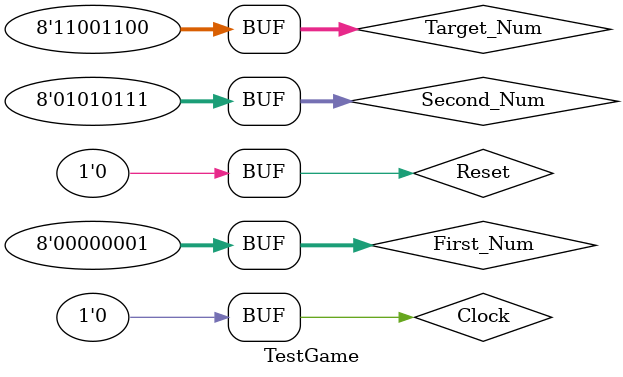
<source format=v>
module TestGame # (parameter N = 8)
(
);
    reg [N - 1:0] First_Num, Second_Num, Target_Num;
    reg Clock, Reset;
    wire [1:0] Result;

	initial
	begin
		Clock = 0;
		repeat(100) begin
			#5 Clock = ~Clock;
		end
	end

    Game g(.First_Num(First_Num), .Second_Num(Second_Num), .Target_Num(Target_Num), .Clock(Clock), .Reset(Reset), .Result(Result));
    initial
		begin
            $monitor("%d	First_Num = %b, Second_Num = %b, Target_Num = %b, Reset = %b, Result = %b", $time, First_Num, Second_Num, Target_Num, Reset, Result);
            
			Target_Num <= 8'b11001100;
			Reset = 0;
			#5			
			First_Num  <= 8'b00001111;
			Second_Num <= 8'b11100011;
			
			#10
			First_Num  <= 8'b10101000;
			Second_Num <= 8'b11000000;
			
			#10
			First_Num  <= 8'b10110000;   
			Second_Num <= 8'b00111111;

			#10
			First_Num  <= 8'b00000000;
			Second_Num <= 8'b00000001;
			
			#10
			First_Num  <= 8'b11001101;        
			Second_Num <= 8'b00100101;
			
			#10
			First_Num  <= 8'b11100111;
			Second_Num <= 8'b00001111;
			
			#10
			First_Num  <= 8'b01111111;
			Second_Num <= 8'b10101111;
			
			#10
			First_Num  <= 8'b00101111;
			Second_Num <= 8'b00101111;
			
			#10
			First_Num  <= 8'b11111110;
			Second_Num <= 8'b10000001;
			
			#10
			First_Num  <= 8'b00000001;
			Second_Num <= 8'b01010111;

            
		end
endmodule

</source>
